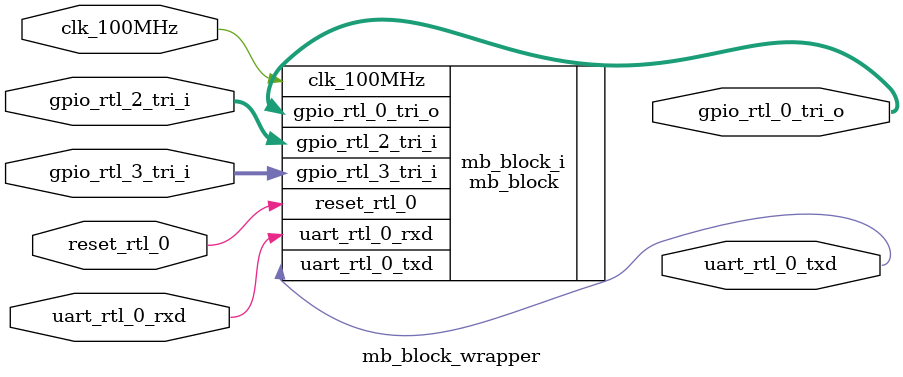
<source format=v>
`timescale 1 ps / 1 ps

module mb_block_wrapper
   (clk_100MHz,
    gpio_rtl_0_tri_o,
    gpio_rtl_2_tri_i,
    gpio_rtl_3_tri_i,
    reset_rtl_0,
    uart_rtl_0_rxd,
    uart_rtl_0_txd);
  input clk_100MHz;
  output [15:0]gpio_rtl_0_tri_o;
  input [15:0]gpio_rtl_2_tri_i;
  input [1:0]gpio_rtl_3_tri_i;
  input reset_rtl_0;
  input uart_rtl_0_rxd;
  output uart_rtl_0_txd;

  wire clk_100MHz;
  wire [15:0]gpio_rtl_0_tri_o;
  wire [15:0]gpio_rtl_2_tri_i;
  wire [1:0]gpio_rtl_3_tri_i;
  wire reset_rtl_0;
  wire uart_rtl_0_rxd;
  wire uart_rtl_0_txd;

  mb_block mb_block_i
       (.clk_100MHz(clk_100MHz),
        .gpio_rtl_0_tri_o(gpio_rtl_0_tri_o),
        .gpio_rtl_2_tri_i(gpio_rtl_2_tri_i),
        .gpio_rtl_3_tri_i(gpio_rtl_3_tri_i),
        .reset_rtl_0(reset_rtl_0),
        .uart_rtl_0_rxd(uart_rtl_0_rxd),
        .uart_rtl_0_txd(uart_rtl_0_txd));
endmodule

</source>
